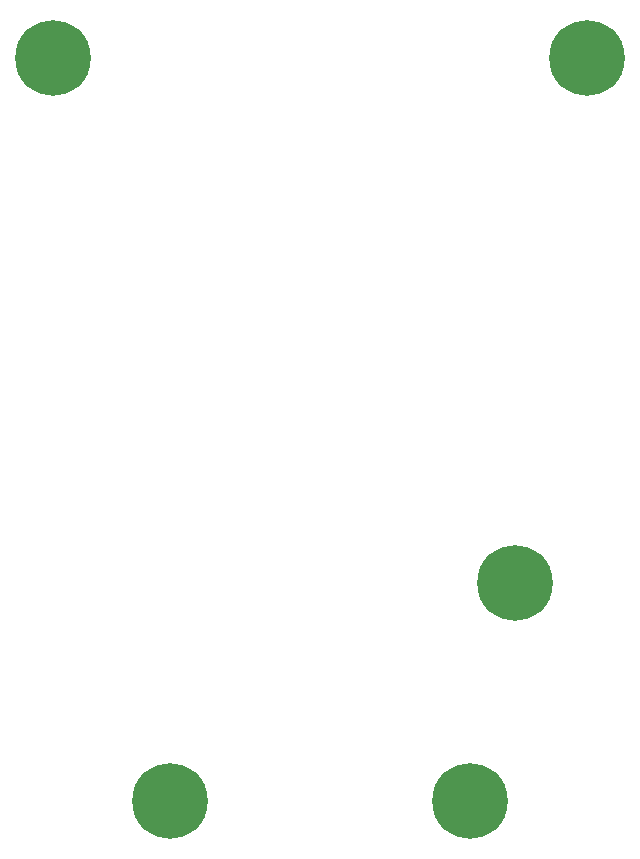
<source format=gbr>
%TF.GenerationSoftware,KiCad,Pcbnew,(5.1.9)-1*%
%TF.CreationDate,2021-04-16T14:35:26+02:00*%
%TF.ProjectId,Inverter,496e7665-7274-4657-922e-6b696361645f,rev?*%
%TF.SameCoordinates,Original*%
%TF.FileFunction,Soldermask,Bot*%
%TF.FilePolarity,Negative*%
%FSLAX46Y46*%
G04 Gerber Fmt 4.6, Leading zero omitted, Abs format (unit mm)*
G04 Created by KiCad (PCBNEW (5.1.9)-1) date 2021-04-16 14:35:26*
%MOMM*%
%LPD*%
G01*
G04 APERTURE LIST*
%ADD10C,6.400000*%
G04 APERTURE END LIST*
D10*
%TO.C,REF\u002A\u002A*%
X118110000Y-106680000D03*
%TD*%
%TO.C,REF\u002A\u002A*%
X78994000Y-62230000D03*
%TD*%
%TO.C,REF\u002A\u002A*%
X124206000Y-62230000D03*
%TD*%
%TO.C,REF\u002A\u002A*%
X114300000Y-125095000D03*
%TD*%
%TO.C,REF\u002A\u002A*%
X88900000Y-125095000D03*
%TD*%
M02*

</source>
